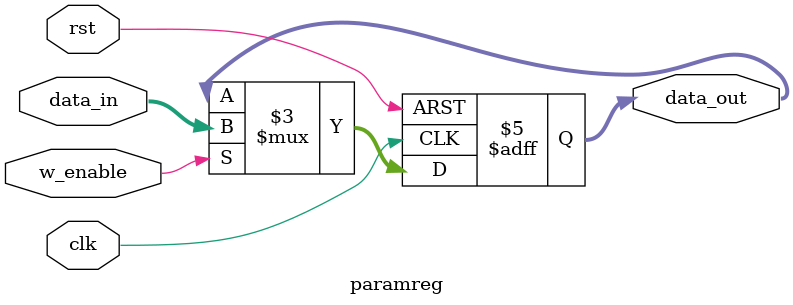
<source format=v>
module paramreg #(parameter MAX=32)(input clk,w_enable,rst, input[MAX-1:0] data_in,output reg [MAX-1:0] data_out);
always@(posedge clk,negedge rst)
begin
	if(!rst)
		data_out <= 0;
	else if(w_enable)
		data_out <= data_in;
end
endmodule

</source>
